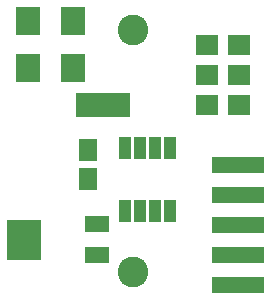
<source format=gts>
G04 #@! TF.FileFunction,Soldermask,Top*
%FSLAX46Y46*%
G04 Gerber Fmt 4.6, Leading zero omitted, Abs format (unit mm)*
G04 Created by KiCad (PCBNEW 0.201508170901+6097~28~ubuntu14.04.1-product) date So 05 Jun 2016 18:42:39 CEST*
%MOMM*%
G01*
G04 APERTURE LIST*
%ADD10C,0.100000*%
%ADD11C,2.600000*%
%ADD12R,1.650000X1.900000*%
%ADD13R,1.900000X1.700000*%
%ADD14R,1.000000X1.950000*%
%ADD15R,2.000000X1.400000*%
%ADD16R,2.900000X3.400000*%
%ADD17R,4.400000X1.400000*%
%ADD18R,1.568400X2.000200*%
%ADD19R,2.100000X2.400000*%
G04 APERTURE END LIST*
D10*
D11*
X11500000Y-23070000D03*
X11500000Y-2570000D03*
D12*
X7690000Y-12750000D03*
X7690000Y-15250000D03*
D13*
X20470000Y-3840000D03*
X17770000Y-3840000D03*
X20470000Y-6380000D03*
X17770000Y-6380000D03*
X20470000Y-8920000D03*
X17770000Y-8920000D03*
D14*
X10865000Y-17970000D03*
X12135000Y-17970000D03*
X13405000Y-17970000D03*
X14675000Y-17970000D03*
X14675000Y-12570000D03*
X13405000Y-12570000D03*
X12135000Y-12570000D03*
X10865000Y-12570000D03*
D15*
X8490000Y-21650000D03*
X8490000Y-19050000D03*
D16*
X2240000Y-20350000D03*
D17*
X20390000Y-24160000D03*
X20390000Y-21620000D03*
X20390000Y-19080000D03*
X20390000Y-16540000D03*
X20390000Y-14000000D03*
D18*
X10484000Y-8920000D03*
X8960000Y-8920000D03*
X7436000Y-8920000D03*
D19*
X6420000Y-5840000D03*
X6420000Y-1840000D03*
X2610000Y-5840000D03*
X2610000Y-1840000D03*
M02*

</source>
